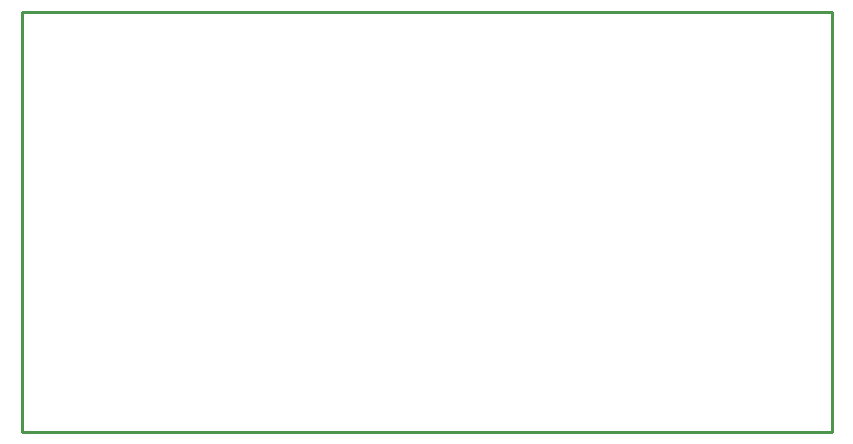
<source format=gbr>
G04 start of page 4 for group 2 idx 2 *
G04 Title: (unknown), outline *
G04 Creator: pcb 20110918 *
G04 CreationDate: Sun 02 Jun 2013 03:51:18 AM GMT UTC *
G04 For: commonadmin *
G04 Format: Gerber/RS-274X *
G04 PCB-Dimensions: 600000 500000 *
G04 PCB-Coordinate-Origin: lower left *
%MOIN*%
%FSLAX25Y25*%
%LNOUTLINE*%
%ADD30C,0.0100*%
G54D30*X10000Y10000D02*X280000D01*
Y150000D01*
X10000D01*
Y10000D01*
M02*

</source>
